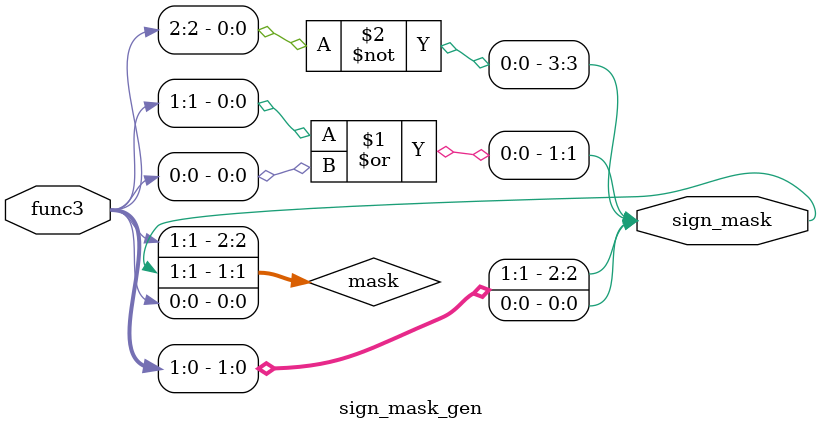
<source format=v>
/*
	Authored 2018-2019, Ryan Voo.

	All rights reserved.
	Redistribution and use in source and binary forms, with or without
	modification, are permitted provided that the following conditions
	are met:

	*	Redistributions of source code must retain the above
		copyright notice, this list of conditions and the following
		disclaimer.

	*	Redistributions in binary form must reproduce the above
		copyright notice, this list of conditions and the following
		disclaimer in the documentation and/or other materials
		provided with the distribution.

	*	Neither the name of the author nor the names of its
		contributors may be used to endorse or promote products
		derived from this software without specific prior written
		permission.

	THIS SOFTWARE IS PROVIDED BY THE COPYRIGHT HOLDERS AND CONTRIBUTORS
	"AS IS" AND ANY EXPRESS OR IMPLIED WARRANTIES, INCLUDING, BUT NOT
	LIMITED TO, THE IMPLIED WARRANTIES OF MERCHANTABILITY AND FITNESS
	FOR A PARTICULAR PURPOSE ARE DISCLAIMED. IN NO EVENT SHALL THE
	COPYRIGHT OWNER OR CONTRIBUTORS BE LIABLE FOR ANY DIRECT, INDIRECT,
	INCIDENTAL, SPECIAL, EXEMPLARY, OR CONSEQUENTIAL DAMAGES (INCLUDING,
	BUT NOT LIMITED TO, PROCUREMENT OF SUBSTITUTE GOODS OR SERVICES;
	LOSS OF USE, DATA, OR PROFITS; OR BUSINESS INTERRUPTION) HOWEVER
	CAUSED AND ON ANY THEORY OF LIABILITY, WHETHER IN CONTRACT, STRICT
	LIABILITY, OR TORT (INCLUDING NEGLIGENCE OR OTHERWISE) ARISING IN
	ANY WAY OUT OF THE USE OF THIS SOFTWARE, EVEN IF ADVISED OF THE
	POSSIBILITY OF SUCH DAMAGE.
*/



/*
 *	mask for loads/stores in data memory
 */



module sign_mask_gen(func3, sign_mask);
	input [2:0]	func3;
	output [3:0]	sign_mask;

	wire [2:0] mask;

	/*
	 *	sign - for LBU and LHU the sign bit is 0, indicating read data should be zero extended, otherwise sign extended
	 *	mask - for determining if the load/store operation is on word, halfword or byte
	 *
	 *	TODO - a Karnaugh map should be able to describe the mask without case, the case is for reading convenience
	*/

	assign mask = {func3[1], func3[1] | func3[0], func3[0]};
	assign sign_mask = {(~func3[2]), mask};


	

endmodule

</source>
